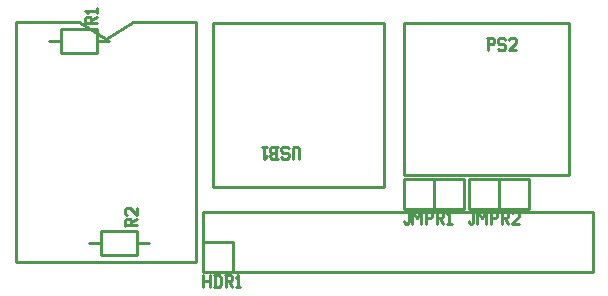
<source format=gto>
G04 start of page 13 for group -4079 idx -4079 *
G04 Title: (unknown), topsilk *
G04 Creator: pcb 20140316 *
G04 CreationDate: Tue 22 Dec 2015 07:16:43 PM GMT UTC *
G04 For: vince *
G04 Format: Gerber/RS-274X *
G04 PCB-Dimensions (mil): 1950.00 850.00 *
G04 PCB-Coordinate-Origin: lower left *
%MOIN*%
%FSLAX25Y25*%
%LNTOPSILK*%
%ADD120C,0.0100*%
G54D120*X129400Y22600D02*X149400D01*
Y32600D02*Y22600D01*
X129400Y32600D02*X149400D01*
X129400D02*Y22600D01*
X139400Y32600D02*Y22600D01*
X129400Y32600D02*X139400D01*
X62200Y1400D02*X192200D01*
Y21400D02*Y1400D01*
X62200Y21400D02*X192200D01*
X62200D02*Y1400D01*
X72200Y11400D02*Y1400D01*
X62200Y11400D02*X72200D01*
X40200Y11200D02*X44200D01*
X40200Y15200D02*Y7200D01*
X28200D02*X40200D01*
X28200Y15200D02*Y7200D01*
Y15200D02*X40200D01*
X24200Y11200D02*X28200D01*
X26900Y78600D02*X30900D01*
X26900Y82600D02*Y74600D01*
X14900D02*X26900D01*
X14900Y82600D02*Y74600D01*
Y82600D02*X26900D01*
X10900Y78600D02*X14900D01*
X65650Y30000D02*X122750D01*
Y84500D02*Y30000D01*
X65650Y84500D02*Y30000D01*
Y84500D02*X122750D01*
X129350D02*X184450D01*
X129350D02*Y34000D01*
X184450Y84500D02*Y34000D01*
X129350D02*X184450D01*
X151000Y22700D02*X171000D01*
Y32700D02*Y22700D01*
X151000Y32700D02*X171000D01*
X151000D02*Y22700D01*
X161000Y32700D02*Y22700D01*
X151000Y32700D02*X161000D01*
X0Y85000D02*Y5000D01*
X60000D01*
Y85000D01*
X39000D01*
X30000Y79250D01*
X21000Y85000D01*
X0D01*
X62200Y400D02*Y-3600D01*
X64700Y400D02*Y-3600D01*
X62200Y-1600D02*X64700D01*
X66400Y400D02*Y-3600D01*
X67700Y400D02*X68400Y-300D01*
Y-2900D01*
X67700Y-3600D02*X68400Y-2900D01*
X65900Y-3600D02*X67700D01*
X65900Y400D02*X67700D01*
X69600D02*X71600D01*
X72100Y-100D01*
Y-1100D01*
X71600Y-1600D02*X72100Y-1100D01*
X70100Y-1600D02*X71600D01*
X70100Y400D02*Y-3600D01*
X70900Y-1600D02*X72100Y-3600D01*
X73300Y-400D02*X74100Y400D01*
Y-3600D01*
X73300D02*X74800D01*
X36400Y18800D02*Y16800D01*
Y18800D02*X36900Y19300D01*
X37900D01*
X38400Y18800D02*X37900Y19300D01*
X38400Y18800D02*Y17300D01*
X36400D02*X40400D01*
X38400Y18100D02*X40400Y19300D01*
X36900Y20500D02*X36400Y21000D01*
Y22500D02*Y21000D01*
Y22500D02*X36900Y23000D01*
X37900D01*
X40400Y20500D02*X37900Y23000D01*
X40400D02*Y20500D01*
X23100Y86200D02*Y84200D01*
Y86200D02*X23600Y86700D01*
X24600D01*
X25100Y86200D02*X24600Y86700D01*
X25100Y86200D02*Y84700D01*
X23100D02*X27100D01*
X25100Y85500D02*X27100Y86700D01*
X23900Y87900D02*X23100Y88700D01*
X27100D01*
Y89400D02*Y87900D01*
X94200Y42800D02*Y39300D01*
Y42800D02*X93700Y43300D01*
X92700D02*X93700D01*
X92700D02*X92200Y42800D01*
Y39300D01*
X89000D02*X88500Y39800D01*
X89000Y39300D02*X90500D01*
X91000Y39800D02*X90500Y39300D01*
X91000Y40800D02*Y39800D01*
Y40800D02*X90500Y41300D01*
X89000D02*X90500D01*
X89000D02*X88500Y41800D01*
Y42800D02*Y41800D01*
X89000Y43300D02*X88500Y42800D01*
X89000Y43300D02*X90500D01*
X91000Y42800D02*X90500Y43300D01*
X85300D02*X87300D01*
X85300D02*X84800Y42800D01*
Y41600D01*
X85300Y41100D02*X84800Y41600D01*
X85300Y41100D02*X86800D01*
Y43300D02*Y39300D01*
X85300D02*X87300D01*
X85300D02*X84800Y39800D01*
Y40600D02*Y39800D01*
X85300Y41100D02*X84800Y40600D01*
X83600Y40100D02*X82800Y39300D01*
Y43300D02*Y39300D01*
X82100Y43300D02*X83600D01*
X157400Y79500D02*Y75500D01*
X156900Y79500D02*X158900D01*
X159400Y79000D01*
Y78000D01*
X158900Y77500D02*X159400Y78000D01*
X157400Y77500D02*X158900D01*
X162600Y79500D02*X163100Y79000D01*
X161100Y79500D02*X162600D01*
X160600Y79000D02*X161100Y79500D01*
X160600Y79000D02*Y78000D01*
X161100Y77500D01*
X162600D01*
X163100Y77000D01*
Y76000D01*
X162600Y75500D02*X163100Y76000D01*
X161100Y75500D02*X162600D01*
X160600Y76000D02*X161100Y75500D01*
X164300Y79000D02*X164800Y79500D01*
X166300D01*
X166800Y79000D01*
Y78000D01*
X164300Y75500D02*X166800Y78000D01*
X164300Y75500D02*X166800D01*
X151700Y21700D02*X152500D01*
Y18200D01*
X152000Y17700D02*X152500Y18200D01*
X151500Y17700D02*X152000D01*
X151000Y18200D02*X151500Y17700D01*
X151000Y18700D02*Y18200D01*
X153700Y21700D02*Y17700D01*
Y21700D02*X155200Y19700D01*
X156700Y21700D01*
Y17700D01*
X158400Y21700D02*Y17700D01*
X157900Y21700D02*X159900D01*
X160400Y21200D01*
Y20200D01*
X159900Y19700D02*X160400Y20200D01*
X158400Y19700D02*X159900D01*
X161600Y21700D02*X163600D01*
X164100Y21200D01*
Y20200D01*
X163600Y19700D02*X164100Y20200D01*
X162100Y19700D02*X163600D01*
X162100Y21700D02*Y17700D01*
X162900Y19700D02*X164100Y17700D01*
X165300Y21200D02*X165800Y21700D01*
X167300D01*
X167800Y21200D01*
Y20200D01*
X165300Y17700D02*X167800Y20200D01*
X165300Y17700D02*X167800D01*
X130100Y21600D02*X130900D01*
Y18100D01*
X130400Y17600D02*X130900Y18100D01*
X129900Y17600D02*X130400D01*
X129400Y18100D02*X129900Y17600D01*
X129400Y18600D02*Y18100D01*
X132100Y21600D02*Y17600D01*
Y21600D02*X133600Y19600D01*
X135100Y21600D01*
Y17600D01*
X136800Y21600D02*Y17600D01*
X136300Y21600D02*X138300D01*
X138800Y21100D01*
Y20100D01*
X138300Y19600D02*X138800Y20100D01*
X136800Y19600D02*X138300D01*
X140000Y21600D02*X142000D01*
X142500Y21100D01*
Y20100D01*
X142000Y19600D02*X142500Y20100D01*
X140500Y19600D02*X142000D01*
X140500Y21600D02*Y17600D01*
X141300Y19600D02*X142500Y17600D01*
X143700Y20800D02*X144500Y21600D01*
Y17600D01*
X143700D02*X145200D01*
M02*

</source>
